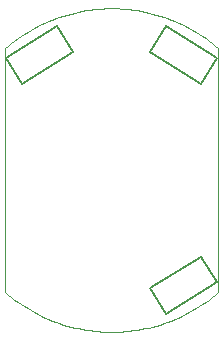
<source format=gbo>
G75*
%MOIN*%
%OFA0B0*%
%FSLAX25Y25*%
%IPPOS*%
%LPD*%
%AMOC8*
5,1,8,0,0,1.08239X$1,22.5*
%
%ADD10C,0.00004*%
%ADD11C,0.00600*%
D10*
X0001002Y0014273D02*
X0001002Y0095604D01*
X0001002Y0014273D02*
X0002000Y0013424D01*
X0003019Y0012600D01*
X0004057Y0011801D01*
X0005115Y0011027D01*
X0006191Y0010279D01*
X0007285Y0009557D01*
X0008396Y0008863D01*
X0009524Y0008195D01*
X0010667Y0007555D01*
X0011826Y0006943D01*
X0012999Y0006359D01*
X0014186Y0005804D01*
X0015387Y0005278D01*
X0016599Y0004782D01*
X0017824Y0004315D01*
X0019059Y0003877D01*
X0020305Y0003470D01*
X0021560Y0003094D01*
X0022824Y0002748D01*
X0024096Y0002432D01*
X0025375Y0002148D01*
X0026661Y0001895D01*
X0027952Y0001673D01*
X0029249Y0001483D01*
X0030550Y0001324D01*
X0031854Y0001197D01*
X0033161Y0001101D01*
X0034470Y0001038D01*
X0035780Y0001006D01*
X0037090Y0001006D01*
X0038400Y0001038D01*
X0039709Y0001101D01*
X0041016Y0001197D01*
X0042320Y0001324D01*
X0043621Y0001483D01*
X0044918Y0001673D01*
X0046209Y0001895D01*
X0047495Y0002148D01*
X0048774Y0002432D01*
X0050046Y0002748D01*
X0051310Y0003094D01*
X0052565Y0003470D01*
X0053811Y0003877D01*
X0055046Y0004315D01*
X0056271Y0004782D01*
X0057483Y0005278D01*
X0058684Y0005804D01*
X0059871Y0006359D01*
X0061044Y0006943D01*
X0062203Y0007555D01*
X0063346Y0008195D01*
X0064474Y0008863D01*
X0065585Y0009557D01*
X0066679Y0010279D01*
X0067755Y0011027D01*
X0068813Y0011801D01*
X0069851Y0012600D01*
X0070870Y0013424D01*
X0071868Y0014273D01*
X0071868Y0095604D01*
X0070870Y0096453D01*
X0069851Y0097277D01*
X0068813Y0098076D01*
X0067755Y0098850D01*
X0066679Y0099598D01*
X0065585Y0100320D01*
X0064474Y0101014D01*
X0063346Y0101682D01*
X0062203Y0102322D01*
X0061044Y0102934D01*
X0059871Y0103518D01*
X0058684Y0104073D01*
X0057483Y0104599D01*
X0056271Y0105095D01*
X0055046Y0105562D01*
X0053811Y0106000D01*
X0052565Y0106407D01*
X0051310Y0106783D01*
X0050046Y0107129D01*
X0048774Y0107445D01*
X0047495Y0107729D01*
X0046209Y0107982D01*
X0044918Y0108204D01*
X0043621Y0108394D01*
X0042320Y0108553D01*
X0041016Y0108680D01*
X0039709Y0108776D01*
X0038400Y0108839D01*
X0037090Y0108871D01*
X0035780Y0108871D01*
X0034470Y0108839D01*
X0033161Y0108776D01*
X0031854Y0108680D01*
X0030550Y0108553D01*
X0029249Y0108394D01*
X0027952Y0108204D01*
X0026661Y0107982D01*
X0025375Y0107729D01*
X0024096Y0107445D01*
X0022824Y0107129D01*
X0021560Y0106783D01*
X0020305Y0106407D01*
X0019059Y0106000D01*
X0017824Y0105562D01*
X0016599Y0105095D01*
X0015387Y0104599D01*
X0014186Y0104073D01*
X0012999Y0103518D01*
X0011826Y0102934D01*
X0010667Y0102322D01*
X0009524Y0101682D01*
X0008396Y0101014D01*
X0007285Y0100320D01*
X0006191Y0099598D01*
X0005115Y0098850D01*
X0004057Y0098076D01*
X0003019Y0097277D01*
X0002000Y0096453D01*
X0001002Y0095604D01*
D11*
X0001313Y0092277D02*
X0018274Y0102876D01*
X0023573Y0094395D01*
X0006612Y0083797D01*
X0001313Y0092277D01*
X0049297Y0094395D02*
X0054596Y0102876D01*
X0071557Y0092277D01*
X0066258Y0083797D01*
X0049297Y0094395D01*
X0066258Y0026080D02*
X0071557Y0017600D01*
X0054596Y0007001D01*
X0049297Y0015482D01*
X0066258Y0026080D01*
M02*

</source>
